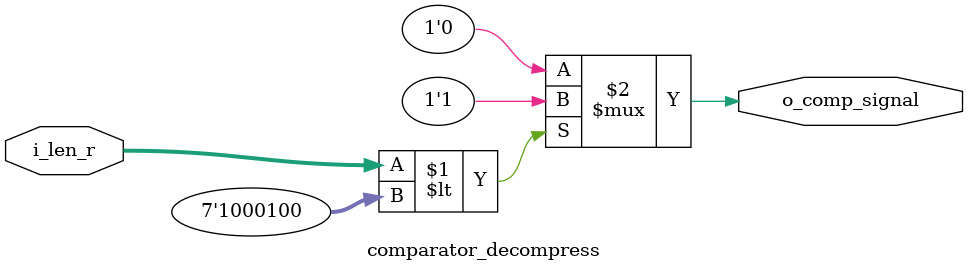
<source format=sv>
module comparator_decompress (
 input logic [7:0] i_len_r,
 output logic o_comp_signal
);

assign o_comp_signal = (i_len_r < 7'd68) ? 1'b1 : 1'b0;

endmodule : comparator_decompress
</source>
